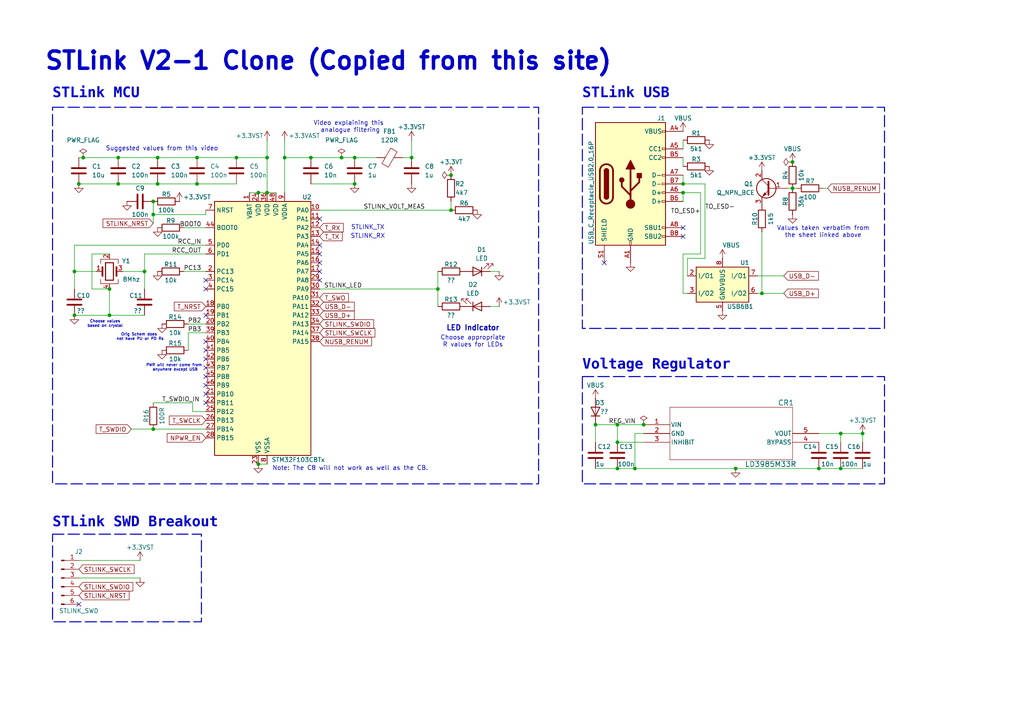
<source format=kicad_sch>
(kicad_sch (version 20231120) (generator "eeschema") (generator_version "8.0")
  (paper "A4")
  (title_block (title "STLink V2-1 Clone") (date "2024-07-12") (rev "0.1") (company "TRT"))
  (lib_symbols
    (symbol "2024-07-13_00-21-46:LD3985M33R" (pin_names (offset 0.254))
      (property "Reference" "CR" (at 25.4 10.16 0))
      (property "Value" "LD3985M33R" (at 25.4 7.62 0))
      (symbol "LD3985M33R_0_1"
        (polyline (pts (xy 7.62 -10.16) (xy 43.18 -10.16)) (stroke (width 0.127)))
        (polyline (pts (xy 7.62 5.08) (xy 7.62 -10.16)) (stroke (width 0.127)))
        (polyline (pts (xy 43.18 -10.16) (xy 43.18 5.08)) (stroke (width 0.127)))
        (polyline (pts (xy 43.18 5.08) (xy 7.62 5.08)) (stroke (width 0.127)))
        (pin power_in line (at 0 0 0) (length 7.62) (name "VIN") (number "1"))
        (pin power_out line (at 0 -2.54 0) (length 7.62) (name "GND") (number "2"))
        (pin input line (at 0 -5.08 0) (length 7.62) (name "INHIBIT") (number "3"))
        (pin unspecified line (at 50.8 -5.08 180) (length 7.62) (name "BYPASS") (number "4"))
        (pin power_in line (at 50.8 -2.54 180) (length 7.62) (name "VOUT") (number "5"))
      )
    )
    (symbol "Connector:Conn_01x06_Pin" (pin_names (offset 1.016) hide)
      (property "Reference" "J" (at 0 7.62 0))
      (property "Value" "Conn_01x06_Pin" (at 0 -10.16 0))
      (symbol "Conn_01x06_Pin_1_1"
        (polyline (pts (xy 1.27 -7.62) (xy 0.8636 -7.62)) (stroke (width 0.1524)))
        (polyline (pts (xy 1.27 -5.08) (xy 0.8636 -5.08)) (stroke (width 0.1524)))
        (polyline (pts (xy 1.27 -2.54) (xy 0.8636 -2.54)) (stroke (width 0.1524)))
        (polyline (pts (xy 1.27 0) (xy 0.8636 0)) (stroke (width 0.1524)))
        (polyline (pts (xy 1.27 2.54) (xy 0.8636 2.54)) (stroke (width 0.1524)))
        (polyline (pts (xy 1.27 5.08) (xy 0.8636 5.08)) (stroke (width 0.1524)))
        (rectangle (start 0.8636 -7.493) (end 0 -7.747) (stroke (width 0.1524)) (fill (type outline)))
        (rectangle (start 0.8636 -4.953) (end 0 -5.207) (stroke (width 0.1524)) (fill (type outline)))
        (rectangle (start 0.8636 -2.413) (end 0 -2.667) (stroke (width 0.1524)) (fill (type outline)))
        (rectangle (start 0.8636 0.127) (end 0 -0.127) (stroke (width 0.1524)) (fill (type outline)))
        (rectangle (start 0.8636 2.667) (end 0 2.413) (stroke (width 0.1524)) (fill (type outline)))
        (rectangle (start 0.8636 5.207) (end 0 4.953) (stroke (width 0.1524)) (fill (type outline)))
        (pin passive line (at 5.08 5.08 180) (length 3.81) (name "Pin_1") (number "1"))
        (pin passive line (at 5.08 2.54 180) (length 3.81) (name "Pin_2") (number "2"))
        (pin passive line (at 5.08 0 180) (length 3.81) (name "Pin_3") (number "3"))
        (pin passive line (at 5.08 -2.54 180) (length 3.81) (name "Pin_4") (number "4"))
        (pin passive line (at 5.08 -5.08 180) (length 3.81) (name "Pin_5") (number "5"))
        (pin passive line (at 5.08 -7.62 180) (length 3.81) (name "Pin_6") (number "6"))
      )
    )
    (symbol "Connector:USB_C_Receptacle_USB2.0_16P" (pin_names (offset 1.016))
      (property "Reference" "J" (at 0 22.225 0))
      (property "Value" "USB_C_Receptacle_USB2.0_16P" (at 0 19.685 0))
      (symbol "USB_C_Receptacle_USB2.0_16P_0_0"
        (rectangle (start -0.254 -17.78) (end 0.254 -16.764))
        (rectangle (start 10.16 -14.986) (end 9.144 -15.494))
        (rectangle (start 10.16 -12.446) (end 9.144 -12.954))
        (rectangle (start 10.16 -4.826) (end 9.144 -5.334))
        (rectangle (start 10.16 -2.286) (end 9.144 -2.794))
        (rectangle (start 10.16 0.254) (end 9.144 -0.254))
        (rectangle (start 10.16 2.794) (end 9.144 2.286))
        (rectangle (start 10.16 7.874) (end 9.144 7.366))
        (rectangle (start 10.16 10.414) (end 9.144 9.906))
        (rectangle (start 10.16 15.494) (end 9.144 14.986))
      )
      (symbol "USB_C_Receptacle_USB2.0_16P_0_1"
        (rectangle (start -10.16 17.78) (end 10.16 -17.78) (stroke (width 0.254)) (fill (type background)))
        (arc (start -8.89 -3.81) (mid -6.985 -5.7067) (end -5.08 -3.81) (stroke (width 0.508)))
        (arc (start -7.62 -3.81) (mid -6.985 -4.4423) (end -6.35 -3.81) (stroke (width 0.254)))
        (arc (start -7.62 -3.81) (mid -6.985 -4.4423) (end -6.35 -3.81) (stroke (width 0.254)) (fill (type outline)))
        (rectangle (start -7.62 -3.81) (end -6.35 3.81) (stroke (width 0.254)) (fill (type outline)))
        (arc (start -6.35 3.81) (mid -6.985 4.4423) (end -7.62 3.81) (stroke (width 0.254)))
        (arc (start -6.35 3.81) (mid -6.985 4.4423) (end -7.62 3.81) (stroke (width 0.254)) (fill (type outline)))
        (arc (start -5.08 3.81) (mid -6.985 5.7067) (end -8.89 3.81) (stroke (width 0.508)))
        (circle (center -2.54 1.143) (radius 0.635) (stroke (width 0.254)) (fill (type outline)))
        (circle (center 0 -5.842) (radius 1.27) (fill (type outline)))
        (polyline (pts (xy -8.89 -3.81) (xy -8.89 3.81)) (stroke (width 0.508)))
        (polyline (pts (xy -5.08 3.81) (xy -5.08 -3.81)) (stroke (width 0.508)))
        (polyline (pts (xy 0 -5.842) (xy 0 4.318)) (stroke (width 0.508)))
        (polyline (pts (xy 0 -3.302) (xy -2.54 -0.762) (xy -2.54 0.508)) (stroke (width 0.508)))
        (polyline (pts (xy 0 -2.032) (xy 2.54 0.508) (xy 2.54 1.778)) (stroke (width 0.508)))
        (polyline (pts (xy -1.27 4.318) (xy 0 6.858) (xy 1.27 4.318) (xy -1.27 4.318)) (stroke (width 0.254)) (fill (type outline)))
        (rectangle (start 1.905 1.778) (end 3.175 3.048) (stroke (width 0.254)) (fill (type outline)))
      )
      (symbol "USB_C_Receptacle_USB2.0_16P_1_1"
        (pin passive line (at 0 -22.86 90) (length 5.08) (name "GND") (number "A1"))
        (pin passive line (at 0 -22.86 90) (length 5.08) hide (name "GND") (number "A12"))
        (pin passive line (at 15.24 15.24 180) (length 5.08) (name "VBUS") (number "A4"))
        (pin bidirectional line (at 15.24 10.16 180) (length 5.08) (name "CC1") (number "A5"))
        (pin bidirectional line (at 15.24 -2.54 180) (length 5.08) (name "D+") (number "A6"))
        (pin bidirectional line (at 15.24 2.54 180) (length 5.08) (name "D-") (number "A7"))
        (pin bidirectional line (at 15.24 -12.7 180) (length 5.08) (name "SBU1") (number "A8"))
        (pin passive line (at 15.24 15.24 180) (length 5.08) hide (name "VBUS") (number "A9"))
        (pin passive line (at 0 -22.86 90) (length 5.08) hide (name "GND") (number "B1"))
        (pin passive line (at 0 -22.86 90) (length 5.08) hide (name "GND") (number "B12"))
        (pin passive line (at 15.24 15.24 180) (length 5.08) hide (name "VBUS") (number "B4"))
        (pin bidirectional line (at 15.24 7.62 180) (length 5.08) (name "CC2") (number "B5"))
        (pin bidirectional line (at 15.24 -5.08 180) (length 5.08) (name "D+") (number "B6"))
        (pin bidirectional line (at 15.24 0 180) (length 5.08) (name "D-") (number "B7"))
        (pin bidirectional line (at 15.24 -15.24 180) (length 5.08) (name "SBU2") (number "B8"))
        (pin passive line (at 15.24 15.24 180) (length 5.08) hide (name "VBUS") (number "B9"))
        (pin passive line (at -7.62 -22.86 90) (length 5.08) (name "SHIELD") (number "S1"))
      )
    )
    (symbol "Device:C" (pin_numbers hide) (pin_names (offset 0.254))
      (property "Reference" "C" (at 0.635 2.54 0))
      (property "Value" "C" (at 0.635 -2.54 0))
      (symbol "C_0_1"
        (polyline (pts (xy -2.032 -0.762) (xy 2.032 -0.762)) (stroke (width 0.508)))
        (polyline (pts (xy -2.032 0.762) (xy 2.032 0.762)) (stroke (width 0.508)))
      )
      (symbol "C_1_1"
        (pin passive line (at 0 3.81 270) (length 2.794) (name "~") (number "1"))
        (pin passive line (at 0 -3.81 90) (length 2.794) (name "~") (number "2"))
      )
    )
    (symbol "Device:Crystal_GND24" (pin_names (offset 1.016) hide)
      (property "Reference" "Y" (at 3.175 5.08 0))
      (property "Value" "Crystal_GND24" (at 3.175 3.175 0))
      (symbol "Crystal_GND24_0_1"
        (rectangle (start -1.143 2.54) (end 1.143 -2.54) (stroke (width 0.3048)))
        (polyline (pts (xy -2.54 0) (xy -2.032 0)))
        (polyline (pts (xy -2.032 -1.27) (xy -2.032 1.27)) (stroke (width 0.508)))
        (polyline (pts (xy 0 -3.81) (xy 0 -3.556)))
        (polyline (pts (xy 0 3.556) (xy 0 3.81)))
        (polyline (pts (xy 2.032 -1.27) (xy 2.032 1.27)) (stroke (width 0.508)))
        (polyline (pts (xy 2.032 0) (xy 2.54 0)))
        (polyline (pts (xy -2.54 -2.286) (xy -2.54 -3.556) (xy 2.54 -3.556) (xy 2.54 -2.286)))
        (polyline (pts (xy -2.54 2.286) (xy -2.54 3.556) (xy 2.54 3.556) (xy 2.54 2.286)))
      )
      (symbol "Crystal_GND24_1_1"
        (pin passive line (at -3.81 0 0) (length 1.27) (name "1") (number "1"))
        (pin passive line (at 0 5.08 270) (length 1.27) (name "2") (number "2"))
        (pin passive line (at 3.81 0 180) (length 1.27) (name "3") (number "3"))
        (pin passive line (at 0 -5.08 90) (length 1.27) (name "4") (number "4"))
      )
    )
    (symbol "Device:D" (pin_numbers hide) (pin_names (offset 1.016) hide)
      (property "Reference" "D" (at 0 2.54 0))
      (property "Value" "D" (at 0 -2.54 0))
      (symbol "D_0_1"
        (polyline (pts (xy -1.27 1.27) (xy -1.27 -1.27)) (stroke (width 0.254)))
        (polyline (pts (xy 1.27 0) (xy -1.27 0)))
        (polyline (pts (xy 1.27 1.27) (xy 1.27 -1.27) (xy -1.27 0) (xy 1.27 1.27)) (stroke (width 0.254)))
      )
      (symbol "D_1_1"
        (pin passive line (at -3.81 0 0) (length 2.54) (name "K") (number "1"))
        (pin passive line (at 3.81 0 180) (length 2.54) (name "A") (number "2"))
      )
    )
    (symbol "Device:FerriteBead" (pin_numbers hide) (pin_names (offset 0))
      (property "Reference" "FB" (at -3.81 0.635 90))
      (property "Value" "FerriteBead" (at 3.81 0 90))
      (symbol "FerriteBead_0_1"
        (polyline (pts (xy 0 -1.27) (xy 0 -1.2192)))
        (polyline (pts (xy 0 1.27) (xy 0 1.2954)))
        (polyline (pts (xy -2.7686 0.4064) (xy -1.7018 2.2606) (xy 2.7686 -0.3048) (xy 1.6764 -2.159) (xy -2.7686 0.4064)))
      )
      (symbol "FerriteBead_1_1"
        (pin passive line (at 0 3.81 270) (length 2.54) (name "~") (number "1"))
        (pin passive line (at 0 -3.81 90) (length 2.54) (name "~") (number "2"))
      )
    )
    (symbol "Device:LED" (pin_numbers hide) (pin_names (offset 1.016) hide)
      (property "Reference" "D" (at 0 2.54 0))
      (property "Value" "LED" (at 0 -2.54 0))
      (symbol "LED_0_1"
        (polyline (pts (xy -1.27 -1.27) (xy -1.27 1.27)) (stroke (width 0.254)))
        (polyline (pts (xy -1.27 0) (xy 1.27 0)))
        (polyline (pts (xy 1.27 -1.27) (xy 1.27 1.27) (xy -1.27 0) (xy 1.27 -1.27)) (stroke (width 0.254)))
        (polyline (pts (xy -3.048 -0.762) (xy -4.572 -2.286) (xy -3.81 -2.286) (xy -4.572 -2.286) (xy -4.572 -1.524)))
        (polyline (pts (xy -1.778 -0.762) (xy -3.302 -2.286) (xy -2.54 -2.286) (xy -3.302 -2.286) (xy -3.302 -1.524)))
      )
      (symbol "LED_1_1"
        (pin passive line (at -3.81 0 0) (length 2.54) (name "K") (number "1"))
        (pin passive line (at 3.81 0 180) (length 2.54) (name "A") (number "2"))
      )
    )
    (symbol "Device:Q_NPN_BCE" (pin_names (offset 0) hide)
      (property "Reference" "Q" (at 5.08 1.27 0))
      (property "Value" "Q_NPN_BCE" (at 5.08 -1.27 0))
      (symbol "Q_NPN_BCE_0_1"
        (polyline (pts (xy 0.635 0.635) (xy 2.54 2.54)))
        (polyline (pts (xy 0.635 -0.635) (xy 2.54 -2.54) (xy 2.54 -2.54)))
        (polyline (pts (xy 0.635 1.905) (xy 0.635 -1.905) (xy 0.635 -1.905)) (stroke (width 0.508)))
        (polyline (pts (xy 1.27 -1.778) (xy 1.778 -1.27) (xy 2.286 -2.286) (xy 1.27 -1.778) (xy 1.27 -1.778)) (fill (type outline)))
        (circle (center 1.27 0) (radius 2.8194) (stroke (width 0.254)))
      )
      (symbol "Q_NPN_BCE_1_1"
        (pin input line (at -5.08 0 0) (length 5.715) (name "B") (number "1"))
        (pin passive line (at 2.54 5.08 270) (length 2.54) (name "C") (number "2"))
        (pin passive line (at 2.54 -5.08 90) (length 2.54) (name "E") (number "3"))
      )
    )
    (symbol "Device:R" (pin_numbers hide) (pin_names (offset 0))
      (property "Reference" "R" (at 2.032 0 90))
      (property "Value" "R" (at 0 0 90))
      (symbol "R_0_1"
        (rectangle (start -1.016 -2.54) (end 1.016 2.54) (stroke (width 0.254)))
      )
      (symbol "R_1_1"
        (pin passive line (at 0 3.81 270) (length 1.27) (name "~") (number "1"))
        (pin passive line (at 0 -3.81 90) (length 1.27) (name "~") (number "2"))
      )
    )
    (symbol "MCU_ST_STM32F1:STM32F103CBTx"
      (property "Reference" "U" (at -12.7 39.37 0))
      (property "Value" "STM32F103CBTx" (at 10.16 39.37 0))
      (symbol "STM32F103CBTx_0_1"
        (rectangle (start -12.7 -35.56) (end 15.24 38.1) (stroke (width 0.254)) (fill (type background)))
      )
      (symbol "STM32F103CBTx_1_1"
        (pin power_in line (at -2.54 40.64 270) (length 2.54) (name "VBAT") (number "1"))
        (pin bidirectional line (at 17.78 35.56 180) (length 2.54) (name "PA0") (number "10"))
        (pin bidirectional line (at 17.78 33.02 180) (length 2.54) (name "PA1") (number "11"))
        (pin bidirectional line (at 17.78 30.48 180) (length 2.54) (name "PA2") (number "12"))
        (pin bidirectional line (at 17.78 27.94 180) (length 2.54) (name "PA3") (number "13"))
        (pin bidirectional line (at 17.78 25.4 180) (length 2.54) (name "PA4") (number "14"))
        (pin bidirectional line (at 17.78 22.86 180) (length 2.54) (name "PA5") (number "15"))
        (pin bidirectional line (at 17.78 20.32 180) (length 2.54) (name "PA6") (number "16"))
        (pin bidirectional line (at 17.78 17.78 180) (length 2.54) (name "PA7") (number "17"))
        (pin bidirectional line (at -15.24 7.62 0) (length 2.54) (name "PB0") (number "18"))
        (pin bidirectional line (at -15.24 5.08 0) (length 2.54) (name "PB1") (number "19"))
        (pin bidirectional line (at -15.24 17.78 0) (length 2.54) (name "PC13") (number "2"))
        (pin bidirectional line (at -15.24 2.54 0) (length 2.54) (name "PB2") (number "20"))
        (pin bidirectional line (at -15.24 -17.78 0) (length 2.54) (name "PB10") (number "21"))
        (pin bidirectional line (at -15.24 -20.32 0) (length 2.54) (name "PB11") (number "22"))
        (pin power_in line (at 0 -38.1 90) (length 2.54) (name "VSS") (number "23"))
        (pin power_in line (at 0 40.64 270) (length 2.54) (name "VDD") (number "24"))
        (pin bidirectional line (at -15.24 -22.86 0) (length 2.54) (name "PB12") (number "25"))
        (pin bidirectional line (at -15.24 -25.4 0) (length 2.54) (name "PB13") (number "26"))
        (pin bidirectional line (at -15.24 -27.94 0) (length 2.54) (name "PB14") (number "27"))
        (pin bidirectional line (at -15.24 -30.48 0) (length 2.54) (name "PB15") (number "28"))
        (pin bidirectional line (at 17.78 15.24 180) (length 2.54) (name "PA8") (number "29"))
        (pin bidirectional line (at -15.24 15.24 0) (length 2.54) (name "PC14") (number "3"))
        (pin bidirectional line (at 17.78 12.7 180) (length 2.54) (name "PA9") (number "30"))
        (pin bidirectional line (at 17.78 10.16 180) (length 2.54) (name "PA10") (number "31"))
        (pin bidirectional line (at 17.78 7.62 180) (length 2.54) (name "PA11") (number "32"))
        (pin bidirectional line (at 17.78 5.08 180) (length 2.54) (name "PA12") (number "33"))
        (pin bidirectional line (at 17.78 2.54 180) (length 2.54) (name "PA13") (number "34"))
        (pin passive line (at 0 -38.1 90) (length 2.54) hide (name "VSS") (number "35"))
        (pin power_in line (at 2.54 40.64 270) (length 2.54) (name "VDD") (number "36"))
        (pin bidirectional line (at 17.78 0 180) (length 2.54) (name "PA14") (number "37"))
        (pin bidirectional line (at 17.78 -2.54 180) (length 2.54) (name "PA15") (number "38"))
        (pin bidirectional line (at -15.24 0 0) (length 2.54) (name "PB3") (number "39"))
        (pin bidirectional line (at -15.24 12.7 0) (length 2.54) (name "PC15") (number "4"))
        (pin bidirectional line (at -15.24 -2.54 0) (length 2.54) (name "PB4") (number "40"))
        (pin bidirectional line (at -15.24 -5.08 0) (length 2.54) (name "PB5") (number "41"))
        (pin bidirectional line (at -15.24 -7.62 0) (length 2.54) (name "PB6") (number "42"))
        (pin bidirectional line (at -15.24 -10.16 0) (length 2.54) (name "PB7") (number "43"))
        (pin input line (at -15.24 30.48 0) (length 2.54) (name "BOOT0") (number "44"))
        (pin bidirectional line (at -15.24 -12.7 0) (length 2.54) (name "PB8") (number "45"))
        (pin bidirectional line (at -15.24 -15.24 0) (length 2.54) (name "PB9") (number "46"))
        (pin passive line (at 0 -38.1 90) (length 2.54) hide (name "VSS") (number "47"))
        (pin power_in line (at 5.08 40.64 270) (length 2.54) (name "VDD") (number "48"))
        (pin bidirectional line (at -15.24 25.4 0) (length 2.54) (name "PD0") (number "5"))
        (pin bidirectional line (at -15.24 22.86 0) (length 2.54) (name "PD1") (number "6"))
        (pin input line (at -15.24 35.56 0) (length 2.54) (name "NRST") (number "7"))
        (pin power_in line (at 2.54 -38.1 90) (length 2.54) (name "VSSA") (number "8"))
        (pin power_in line (at 7.62 40.64 270) (length 2.54) (name "VDDA") (number "9"))
      )
    )
    (symbol "Power_Protection:USB6B1"
      (property "Reference" "U" (at 6.35 6.35 0))
      (property "Value" "USB6B1" (at 5.08 -6.35 0))
      (symbol "USB6B1_0_1"
        (rectangle (start -7.62 -5.08) (end 7.62 5.08) (stroke (width 0.254)) (fill (type background)))
      )
      (symbol "USB6B1_1_1"
        (pin passive line (at 0 7.62 270) (length 2.54) hide (name "VBUS") (number "1"))
        (pin passive line (at -10.16 2.54 0) (length 2.54) (name "I/O1") (number "2"))
        (pin passive line (at -10.16 -2.54 0) (length 2.54) (name "I/O2") (number "3"))
        (pin passive line (at 0 -7.62 90) (length 2.54) hide (name "GND") (number "4"))
        (pin passive line (at 0 -7.62 90) (length 2.54) (name "GND") (number "5"))
        (pin passive line (at 10.16 -2.54 180) (length 2.54) (name "I/O2") (number "6"))
        (pin passive line (at 10.16 2.54 180) (length 2.54) (name "I/O1") (number "7"))
        (pin passive line (at 0 7.62 270) (length 2.54) (name "VBUS") (number "8"))
      )
    )
    (symbol "power:+3.3V" (power) (pin_numbers hide) (pin_names (offset 0) hide)
      (property "Value" "+3.3V" (at 0 3.556 0))
      (symbol "+3.3V_0_1"
        (polyline (pts (xy -0.762 1.27) (xy 0 2.54)))
        (polyline (pts (xy 0 0) (xy 0 2.54)))
        (polyline (pts (xy 0 2.54) (xy 0.762 1.27)))
      )
      (symbol "+3.3V_1_1"
        (pin power_in line (at 0 0 90) (length 0) (name "~") (number "1"))
      )
    )
    (symbol "power:+3.3VA" (power) (pin_numbers hide) (pin_names (offset 0) hide)
      (property "Value" "+3.3VA" (at 0 3.556 0))
      (symbol "+3.3VA_0_1"
        (polyline (pts (xy -0.762 1.27) (xy 0 2.54)))
        (polyline (pts (xy 0 0) (xy 0 2.54)))
        (polyline (pts (xy 0 2.54) (xy 0.762 1.27)))
      )
      (symbol "+3.3VA_1_1"
        (pin power_in line (at 0 0 90) (length 0) (name "~") (number "1"))
      )
    )
    (symbol "power:GND" (power) (pin_numbers hide) (pin_names (offset 0) hide)
      (property "Value" "GND" (at 0 -3.81 0))
      (symbol "GND_0_1"
        (polyline (pts (xy 0 0) (xy 0 -1.27) (xy 1.27 -1.27) (xy 0 -2.54) (xy -1.27 -1.27) (xy 0 -1.27)))
      )
      (symbol "GND_1_1"
        (pin power_in line (at 0 0 270) (length 0) (name "~") (number "1"))
      )
    )
    (symbol "power:PWR_FLAG" (power) (pin_numbers hide) (pin_names (offset 0) hide)
      (property "Value" "PWR_FLAG" (at 0 3.81 0))
      (symbol "PWR_FLAG_0_0"
        (pin power_out line (at 0 0 90) (length 0) (name "~") (number "1"))
      )
      (symbol "PWR_FLAG_0_1"
        (polyline (pts (xy 0 0) (xy 0 1.27) (xy -1.016 1.905) (xy 0 2.54) (xy 1.016 1.905) (xy 0 1.27)))
      )
    )
    (symbol "power:VBUS" (power) (pin_numbers hide) (pin_names (offset 0) hide)
      (property "Value" "VBUS" (at 0 3.556 0))
      (symbol "VBUS_0_1"
        (polyline (pts (xy -0.762 1.27) (xy 0 2.54)))
        (polyline (pts (xy 0 0) (xy 0 2.54)))
        (polyline (pts (xy 0 2.54) (xy 0.762 1.27)))
      )
      (symbol "VBUS_1_1"
        (pin power_in line (at 0 0 90) (length 0) (name "~") (number "1"))
      )
    )
  )
  (junction (at 229.87 46.99))
  (junction (at 127 83.82))
  (junction (at 45.72 53.34))
  (junction (at 22.86 53.34))
  (junction (at 198.12 55.88))
  (junction (at 90.17 45.72))
  (junction (at 31.75 83.82))
  (junction (at 250.19 125.73))
  (junction (at 44.45 124.46))
  (junction (at 82.55 45.72))
  (junction (at 243.84 125.73))
  (junction (at 102.87 45.72))
  (junction (at 21.59 91.44))
  (junction (at 77.47 45.72))
  (junction (at 57.15 45.72))
  (junction (at 44.45 62.23))
  (junction (at 130.81 60.96))
  (junction (at 102.87 53.34))
  (junction (at 198.12 53.34))
  (junction (at 57.15 53.34))
  (junction (at 31.75 91.44))
  (junction (at 44.45 58.42))
  (junction (at 229.87 54.61))
  (junction (at 172.72 123.19))
  (junction (at 237.49 135.89))
  (junction (at 130.81 50.8))
  (junction (at 41.91 78.74))
  (junction (at 179.07 128.27))
  (junction (at 21.59 78.74))
  (junction (at 77.47 55.88))
  (junction (at 68.58 45.72))
  (junction (at 99.06 45.72))
  (junction (at 243.84 135.89))
  (junction (at 24.13 45.72))
  (junction (at 184.15 135.89))
  (junction (at 34.29 45.72))
  (junction (at 213.36 135.89))
  (junction (at 119.38 45.72))
  (junction (at 74.93 134.62))
  (junction (at 186.69 123.19))
  (junction (at 179.07 135.89))
  (junction (at 45.72 45.72))
  (junction (at 74.93 55.88))
  (junction (at 179.07 123.19))
  (junction (at 34.29 53.34))
  (junction (at 220.98 85.09))
  (no_connect (at 59.69 114.3))
  (no_connect (at 59.69 109.22))
  (no_connect (at 59.69 101.6))
  (no_connect (at 59.69 83.82))
  (no_connect (at 22.86 175.26))
  (no_connect (at 59.69 91.44))
  (no_connect (at 198.12 68.58))
  (no_connect (at 92.71 73.66))
  (no_connect (at 59.69 81.28))
  (no_connect (at 59.69 99.06))
  (no_connect (at 92.71 81.28))
  (no_connect (at 198.12 66.04))
  (no_connect (at 59.69 106.68))
  (no_connect (at 59.69 111.76))
  (no_connect (at 92.71 63.5))
  (no_connect (at 92.71 71.12))
  (no_connect (at 92.71 76.2))
  (no_connect (at 59.69 116.84))
  (no_connect (at 175.26 76.2))
  (no_connect (at 92.71 78.74))
  (no_connect (at 59.69 104.14))
  (wire (pts (xy 237.49 135.89) (xy 243.84 135.89)))
  (wire (pts (xy 74.93 55.88) (xy 72.39 55.88)))
  (wire (pts (xy 38.1 124.46) (xy 44.45 124.46)))
  (wire (pts (xy 54.61 96.52) (xy 54.61 101.6)))
  (wire (pts (xy 55.88 119.38) (xy 59.69 119.38)))
  (wire (pts (xy 198.12 53.34) (xy 204.47 53.34)))
  (wire (pts (xy 57.15 53.34) (xy 68.58 53.34)))
  (wire (pts (xy 142.24 78.74) (xy 144.78 78.74)))
  (wire (pts (xy 184.15 125.73) (xy 184.15 135.89)))
  (wire (pts (xy 54.61 93.98) (xy 59.69 93.98)))
  (wire (pts (xy 34.29 53.34) (xy 45.72 53.34)))
  (wire (pts (xy 82.55 40.64) (xy 82.55 45.72)))
  (wire (pts (xy 92.71 83.82) (xy 127 83.82)))
  (wire (pts (xy 243.84 125.73) (xy 250.19 125.73)))
  (wire (pts (xy 198.12 40.64) (xy 198.12 43.18)))
  (wire (pts (xy 102.87 45.72) (xy 99.06 45.72)))
  (wire (pts (xy 198.12 73.66) (xy 198.12 85.09)))
  (wire (pts (xy 172.72 123.19) (xy 179.07 123.19)))
  (wire (pts (xy 237.49 125.73) (xy 243.84 125.73)))
  (wire (pts (xy 31.75 91.44) (xy 41.91 91.44)))
  (wire (pts (xy 74.93 134.62) (xy 77.47 134.62)))
  (wire (pts (xy 44.45 62.23) (xy 59.69 62.23)))
  (wire (pts (xy 127 78.74) (xy 127 83.82)))
  (wire (pts (xy 41.91 73.66) (xy 59.69 73.66)))
  (wire (pts (xy 21.59 78.74) (xy 21.59 83.82)))
  (wire (pts (xy 220.98 85.09) (xy 227.33 85.09)))
  (wire (pts (xy 34.29 45.72) (xy 45.72 45.72)))
  (wire (pts (xy 77.47 55.88) (xy 74.93 55.88)))
  (wire (pts (xy 44.45 58.42) (xy 44.45 62.23)))
  (wire (pts (xy 198.12 85.09) (xy 199.39 85.09)))
  (wire (pts (xy 198.12 50.8) (xy 198.12 53.34)))
  (wire (pts (xy 45.72 53.34) (xy 57.15 53.34)))
  (wire (pts (xy 243.84 125.73) (xy 243.84 128.27)))
  (wire (pts (xy 44.45 116.84) (xy 55.88 116.84)))
  (wire (pts (xy 119.38 40.64) (xy 119.38 45.72)))
  (wire (pts (xy 21.59 71.12) (xy 59.69 71.12)))
  (wire (pts (xy 213.36 135.89) (xy 184.15 135.89)))
  (wire (pts (xy 250.19 125.73) (xy 250.19 128.27)))
  (wire (pts (xy 130.81 58.42) (xy 130.81 60.96)))
  (wire (pts (xy 186.69 123.19) (xy 179.07 123.19)))
  (wire (pts (xy 203.2 55.88) (xy 203.2 73.66)))
  (wire (pts (xy 127 83.82) (xy 127 88.9)))
  (wire (pts (xy 44.45 64.77) (xy 44.45 62.23)))
  (wire (pts (xy 186.69 128.27) (xy 179.07 128.27)))
  (wire (pts (xy 77.47 45.72) (xy 77.47 55.88)))
  (wire (pts (xy 24.13 45.72) (xy 22.86 45.72)))
  (wire (pts (xy 35.56 78.74) (xy 41.91 78.74)))
  (wire (pts (xy 22.86 53.34) (xy 34.29 53.34)))
  (wire (pts (xy 92.71 60.96) (xy 130.81 60.96)))
  (wire (pts (xy 90.17 53.34) (xy 102.87 53.34)))
  (wire (pts (xy 229.87 54.61) (xy 231.14 54.61)))
  (wire (pts (xy 204.47 74.93) (xy 199.39 74.93)))
  (wire (pts (xy 41.91 78.74) (xy 41.91 83.82)))
  (wire (pts (xy 198.12 48.26) (xy 198.12 45.72)))
  (wire (pts (xy 77.47 40.64) (xy 77.47 45.72)))
  (wire (pts (xy 59.69 96.52) (xy 54.61 96.52)))
  (wire (pts (xy 55.88 116.84) (xy 55.88 119.38)))
  (wire (pts (xy 77.47 55.88) (xy 80.01 55.88)))
  (wire (pts (xy 116.84 45.72) (xy 119.38 45.72)))
  (wire (pts (xy 21.59 78.74) (xy 27.94 78.74)))
  (wire (pts (xy 44.45 124.46) (xy 59.69 124.46)))
  (wire (pts (xy 238.76 54.61) (xy 240.03 54.61)))
  (wire (pts (xy 59.69 78.74) (xy 53.34 78.74)))
  (wire (pts (xy 213.36 135.89) (xy 237.49 135.89)))
  (wire (pts (xy 53.34 66.04) (xy 59.69 66.04)))
  (wire (pts (xy 26.67 73.66) (xy 26.67 83.82)))
  (wire (pts (xy 90.17 45.72) (xy 99.06 45.72)))
  (wire (pts (xy 220.98 67.31) (xy 220.98 85.09)))
  (wire (pts (xy 59.69 62.23) (xy 59.69 60.96)))
  (wire (pts (xy 21.59 71.12) (xy 21.59 78.74)))
  (wire (pts (xy 243.84 135.89) (xy 250.19 135.89)))
  (wire (pts (xy 45.72 45.72) (xy 57.15 45.72)))
  (wire (pts (xy 144.78 88.9) (xy 142.24 88.9)))
  (wire (pts (xy 172.72 135.89) (xy 179.07 135.89)))
  (wire (pts (xy 198.12 55.88) (xy 198.12 58.42)))
  (wire (pts (xy 219.71 85.09) (xy 220.98 85.09)))
  (wire (pts (xy 82.55 45.72) (xy 90.17 45.72)))
  (wire (pts (xy 22.86 167.64) (xy 40.64 167.64)))
  (wire (pts (xy 68.58 45.72) (xy 77.47 45.72)))
  (wire (pts (xy 57.15 45.72) (xy 68.58 45.72)))
  (wire (pts (xy 22.86 162.56) (xy 40.64 162.56)))
  (wire (pts (xy 186.69 125.73) (xy 184.15 125.73)))
  (wire (pts (xy 199.39 74.93) (xy 199.39 80.01)))
  (wire (pts (xy 82.55 45.72) (xy 82.55 55.88)))
  (wire (pts (xy 203.2 73.66) (xy 198.12 73.66)))
  (wire (pts (xy 198.12 55.88) (xy 203.2 55.88)))
  (wire (pts (xy 179.07 135.89) (xy 184.15 135.89)))
  (wire (pts (xy 228.6 54.61) (xy 229.87 54.61)))
  (wire (pts (xy 31.75 73.66) (xy 26.67 73.66)))
  (wire (pts (xy 204.47 53.34) (xy 204.47 74.93)))
  (wire (pts (xy 26.67 83.82) (xy 31.75 83.82)))
  (wire (pts (xy 219.71 80.01) (xy 227.33 80.01)))
  (wire (pts (xy 31.75 83.82) (xy 31.75 91.44)))
  (wire (pts (xy 31.75 91.44) (xy 21.59 91.44)))
  (wire (pts (xy 172.72 123.19) (xy 172.72 128.27)))
  (wire (pts (xy 24.13 45.72) (xy 34.29 45.72)))
  (wire (pts (xy 41.91 73.66) (xy 41.91 78.74)))
  (wire (pts (xy 179.07 128.27) (xy 179.07 123.19)))
  (wire (pts (xy 102.87 45.72) (xy 109.22 45.72)))
  (rectangle (start 168.91 31.115) (end 256.54 95.25) (stroke (width 0.3) (type dash)))
  (rectangle (start 15.24 154.94) (end 58.42 180.34) (stroke (width 0.3) (type dash)))
  (rectangle (start 15.24 31.115) (end 156.21 140.335) (stroke (width 0.3) (type dash)))
  (rectangle (start 168.91 109.22) (end 256.54 140.335) (stroke (width 0.3) (type dash)))
  (text "PWR will never come from \nanywhere except USB" (at 50.8 106.68 0) (effects (font (size 0.8 0.8))))
  (text "STLINK_TX" (at 106.68 66.04 0) (effects (font (size 1.27 1.27))))
  (text "STLink V2-1 Clone (Copied from this site)" (at 95.25 17.78 0) (effects (font (size 5 5) (thickness 1) (bold yes))))
  (text "LED Indicator" (at 137.16 95.25 0) (effects (font (size 1.5 1.5) (thickness 0.3) (bold yes))))
  (text "Orig Schem does \nnot have PU or PD Rs" (at 40.64 97.79 0) (effects (font (size 0.8 0.8))))
  (text "Values taken verbatim from\nthe sheet linked above" (at 238.76 67.31 0) (effects (font (size 1.27 1.27))))
  (text "STLink USB" (at 168.91 27.94 0) (effects (font (size 3 3) (thickness 1) (bold yes)) (justify left)))
  (text "STLINK_RX" (at 106.68 68.58 0) (effects (font (size 1.27 1.27))))
  (text "STLink MCU" (at 15.24 27.94 0) (effects (font (size 3 3) (thickness 1) (bold yes)) (justify left)))
  (text "Note: The C8 will not work as well as the CB." (at 101.6 135.89 0) (effects (font (size 1.27 1.27))))
  (text "STLink SWD Breakout" (at 15.24 152.4 0) (effects (font (size 3 3) (thickness 1) (bold yes)) (justify left)))
  (text "Choose values\nbased on crystal" (at 30.48 93.98 0) (effects (font (size 0.8 0.8))))
  (text "Choose appropriate\nR values for LEDs" (at 137.16 99.06 0) (effects (font (size 1.27 1.27))))
  (text "Video explaining this \nanalogue filtering" (at 101.6 36.83 0) (effects (font (size 1.27 1.27))))
  (text "Suggested values from this video\n" (at 46.99 43.18 0) (effects (font (size 1.27 1.27))))
  (text "Voltage Regulator" (at 168.91 106.68 0) (effects (font (size 3 3) (thickness 1) (bold yes)) (justify left)))
  (label "PB2" (at 58.42 93.98 180))
  (label "BOOT0" (at 58.42 66.04 180))
  (label "TO_ESD+" (at 203.2 62.23 180))
  (label "PC13" (at 58.42 78.74 180))
  (label "REG_VIN" (at 176.53 123.19 0))
  (label "T_SWDIO_IN" (at 46.99 116.84 0))
  (label "RCC_IN" (at 58.42 71.12 180))
  (label "RCC_OUT" (at 58.42 73.66 180))
  (label "STLINK_VOLT_MEAS" (at 105.41 60.96 0))
  (label "TO_ESD-" (at 204.47 60.96 0))
  (label "PB3" (at 58.42 96.52 180))
  (label "STLINK_LED" (at 93.98 83.82 0))
  (global_label "T_NRST" (shape input) (at 59.69 88.9 180) (property "Intersheetrefs" "${INTERSHEET_REFS}" (effects (hide yes))))
  (global_label "T_SWO" (shape input) (at 92.71 86.36 0) (property "Intersheetrefs" "${INTERSHEET_REFS}" (effects (hide yes))))
  (global_label "STLINK_SWCLK" (shape input) (at 92.71 96.52 0) (property "Intersheetrefs" "${INTERSHEET_REFS}" (effects (hide yes))))
  (global_label "USB_D-" (shape input) (at 227.33 80.01 0) (property "Intersheetrefs" "${INTERSHEET_REFS}" (effects (hide yes))))
  (global_label "USB_D+" (shape input) (at 227.33 85.09 0) (property "Intersheetrefs" "${INTERSHEET_REFS}" (effects (hide yes))))
  (global_label "STLINK_NRST" (shape input) (at 44.45 64.77 180) (property "Intersheetrefs" "${INTERSHEET_REFS}" (effects (hide yes))))
  (global_label "STLINK_NRST" (shape input) (at 22.86 172.72 0) (property "Intersheetrefs" "${INTERSHEET_REFS}" (effects (hide yes))))
  (global_label "NPWR_EN" (shape input) (at 59.69 127 180) (property "Intersheetrefs" "${INTERSHEET_REFS}" (effects (hide yes))))
  (global_label "T_SWDIO" (shape input) (at 38.1 124.46 180) (property "Intersheetrefs" "${INTERSHEET_REFS}" (effects (hide yes))))
  (global_label "STLINK_SWDIO" (shape input) (at 92.71 93.98 0) (property "Intersheetrefs" "${INTERSHEET_REFS}" (effects (hide yes))))
  (global_label "T_TX" (shape input) (at 92.71 68.58 0) (property "Intersheetrefs" "${INTERSHEET_REFS}" (effects (hide yes))))
  (global_label "T_SWCLK" (shape input) (at 59.69 121.92 180) (property "Intersheetrefs" "${INTERSHEET_REFS}" (effects (hide yes))))
  (global_label "T_RX" (shape input) (at 92.71 66.04 0) (property "Intersheetrefs" "${INTERSHEET_REFS}" (effects (hide yes))))
  (global_label "NUSB_RENUM" (shape input) (at 240.03 54.61 0) (property "Intersheetrefs" "${INTERSHEET_REFS}" (effects (hide yes))))
  (global_label "STLINK_SWDIO" (shape input) (at 22.86 170.18 0) (property "Intersheetrefs" "${INTERSHEET_REFS}" (effects (hide yes))))
  (global_label "USB_D+" (shape input) (at 92.71 91.44 0) (property "Intersheetrefs" "${INTERSHEET_REFS}" (effects (hide yes))))
  (global_label "NUSB_RENUM" (shape input) (at 92.71 99.06 0) (property "Intersheetrefs" "${INTERSHEET_REFS}" (effects (hide yes))))
  (global_label "STLINK_SWCLK" (shape input) (at 22.86 165.1 0) (property "Intersheetrefs" "${INTERSHEET_REFS}" (effects (hide yes))))
  (global_label "USB_D-" (shape input) (at 92.71 88.9 0) (property "Intersheetrefs" "${INTERSHEET_REFS}" (effects (hide yes))))
  (symbol (lib_id "power:GND") (at 182.88 76.2 0) (unit 1)
    (property "Reference" "#PWR021" (effects (hide yes)))
    (property "Value" "GND" (effects (hide yes)))
    (property "Description" "Power symbol creates a global label with name \"GND\" , ground" (effects (hide yes)))
  )
  (symbol (lib_id "Device:C") (at 57.15 49.53 0) (unit 1)
    (property "Reference" "C4" (at 60.96 48.2599 0) (effects (justify left)))
    (property "Value" "100n" (at 60.96 50.7999 0) (effects (justify left)))
    (property "Footprint" "Capacitor_SMD:C_0805_2012Metric" (effects (hide yes)))
    (property "Description" "Unpolarized capacitor" (effects (hide yes)))
  )
  (symbol (lib_id "Device:C") (at 68.58 49.53 0) (unit 1)
    (property "Reference" "C5" (at 72.39 48.2599 0) (effects (justify left)))
    (property "Value" "100n" (at 72.39 50.7999 0) (effects (justify left)))
    (property "Footprint" "Capacitor_SMD:C_0805_2012Metric" (effects (hide yes)))
    (property "Description" "Unpolarized capacitor" (effects (hide yes)))
  )
  (symbol (lib_id "power:GND") (at 74.93 134.62 0) (unit 1)
    (property "Reference" "#PWR029" (effects (hide yes)))
    (property "Value" "GND" (effects (hide yes)))
    (property "Description" "Power symbol creates a global label with name \"GND\" , ground" (effects (hide yes)))
  )
  (symbol (lib_id "Device:C") (at 172.72 132.08 0) (unit 1)
    (property "Reference" "C12" (at 175.26 129.54 0))
    (property "Value" "1u" (at 173.99 134.62 0))
    (property "Footprint" "Capacitor_SMD:C_0805_2012Metric" (effects (hide yes)))
    (property "Description" "Unpolarized capacitor" (effects (hide yes)))
  )
  (symbol (lib_id "power:PWR_FLAG") (at 186.69 123.19 0) (unit 1)
    (property "Reference" "#FLG06" (effects (hide yes)))
    (property "Value" "PWR_FLAG" (effects (hide yes)))
    (property "Description" "Special symbol for telling ERC where power comes from" (effects (hide yes)))
  )
  (symbol (lib_id "Device:R") (at 49.53 78.74 90) (mirror x) (unit 1)
    (property "Reference" "R11" (at 49.53 76.708 90))
    (property "Value" "10k" (at 49.53 81.28 90))
    (property "Footprint" "Resistor_SMD:R_0805_2012Metric" (effects (hide yes)))
    (property "Description" "Resistor" (effects (hide yes)))
  )
  (symbol (lib_id "power:+3.3VA") (at 82.55 40.64 0) (unit 1)
    (property "Reference" "#PWR02" (effects (hide yes)))
    (property "Value" "+3.3VAST" (at 88.265 39.37 0))
    (property "Description" "Power symbol creates a global label with name \"+3.3VA\"" (effects (hide yes)))
  )
  (symbol (lib_id "power:GND") (at 102.87 53.34 0) (unit 1)
    (property "Reference" "#PWR08" (effects (hide yes)))
    (property "Value" "GND" (effects (hide yes)))
    (property "Description" "Power symbol creates a global label with name \"GND\" , ground" (effects (hide yes)))
  )
  (symbol (lib_id "Device:R") (at 49.53 66.04 90) (mirror x) (unit 1)
    (property "Reference" "R9" (at 49.53 64.008 90))
    (property "Value" "100k" (at 49.53 68.58 90))
    (property "Footprint" "Resistor_SMD:R_0805_2012Metric" (effects (hide yes)))
    (property "Description" "Resistor" (effects (hide yes)))
  )
  (symbol (lib_id "power:GND") (at 119.38 53.34 0) (unit 1)
    (property "Reference" "#PWR09" (effects (hide yes)))
    (property "Value" "GND" (effects (hide yes)))
    (property "Description" "Power symbol creates a global label with name \"GND\" , ground" (effects (hide yes)))
  )
  (symbol (lib_id "power:VBUS") (at 209.55 74.93 0) (unit 1)
    (property "Reference" "#PWR020" (effects (hide yes)))
    (property "Value" "VBUS" (at 212.09 71.12 0))
    (property "Description" "Power symbol creates a global label with name \"VBUS\"" (effects (hide yes)))
  )
  (symbol (lib_id "power:+3.3V") (at 250.19 125.73 0) (unit 1)
    (property "Reference" "#PWR028" (effects (hide yes)))
    (property "Value" "+3.3VST" (at 250.19 121.92 0))
    (property "Description" "Power symbol creates a global label with name \"+3.3V\"" (effects (hide yes)))
  )
  (symbol (lib_id "MCU_ST_STM32F1:STM32F103CBTx") (at 74.93 96.52 0) (unit 1)
    (property "Reference" "U2" (at 87.63 57.15 0) (effects (justify left)))
    (property "Value" "STM32F103CBTx" (at 78.74 133.35 0) (effects (justify left)))
    (property "Footprint" "Package_QFP:LQFP-48_7x7mm_P0.5mm" (effects (hide yes)))
    (property "Datasheet" "https://www.st.com/resource/en/datasheet/stm32f103cb.pdf" (effects (hide yes)))
    (property "Description" "STMicroelectronics Arm Cortex-M3 MCU, 128KB flash, 20KB RAM, 72 MHz, 2.0-3.6V, 37 GPIO, LQFP48" (effects (hide yes)))
  )
  (symbol (lib_id "Device:R") (at 50.8 101.6 90) (mirror x) (unit 1)
    (property "Reference" "R15" (at 50.8 99.568 90))
    (property "Value" "10k" (at 50.8 104.14 90))
    (property "Footprint" "Resistor_SMD:R_0805_2012Metric" (effects (hide yes)))
    (property "Description" "Resistor" (effects (hide yes)))
  )
  (symbol (lib_id "Connector:USB_C_Receptacle_USB2.0_16P") (at 182.88 53.34 0) (unit 1)
    (property "Reference" "J1" (at 191.77 34.29 0))
    (property "Value" "USB_C_Receptacle_USB2.0_16P" (at 171.45 55.88 90))
    (property "Datasheet" "https://www.usb.org/sites/default/files/documents/usb_type-c.zip" (effects (hide yes)))
    (property "Description" "USB 2.0-only 16P Type-C Receptacle connector" (effects (hide yes)))
  )
  (symbol (lib_id "Device:R") (at 130.81 54.61 0) (mirror x) (unit 1)
    (property "Reference" "R2" (at 133.35 53.34 0))
    (property "Value" "4k7" (at 132.08 55.88 0) (effects (justify left)))
    (property "Footprint" "Resistor_SMD:R_0805_2012Metric" (effects (hide yes)))
    (property "Description" "Resistor" (effects (hide yes)))
  )
  (symbol (lib_id "Power_Protection:USB6B1") (at 209.55 82.55 0) (unit 1)
    (property "Reference" "U1" (at 214.63 76.2 0) (effects (justify left)))
    (property "Value" "USB6B1" (at 210.82 88.9 0) (effects (justify left)))
    (property "Footprint" "Package_SO:SOIC-8_3.9x4.9mm_P1.27mm" (effects (hide yes)))
    (property "Datasheet" "http://www.st.com/content/ccc/resource/technical/document/datasheet/3e/ec/b2/54/b2/76/47/90/CD00001361.pdf/files/CD00001361.pdf/jcr:content/translations/en.CD00001361.pdf" (effects (hide yes)))
    (property "Description" "5V Data line protection" (effects (hide yes)))
  )
  (symbol (lib_id "power:GND") (at 46.99 101.6 0) (unit 1)
    (property "Reference" "#PWR026" (effects (hide yes)))
    (property "Value" "GND" (effects (hide yes)))
    (property "Description" "Power symbol creates a global label with name \"GND\" , ground" (effects (hide yes)))
  )
  (symbol (lib_id "power:+3.3V") (at 144.78 88.9 0) (unit 1)
    (property "Reference" "#PWR022" (effects (hide yes)))
    (property "Value" "+3.3VST" (at 149.86 87.63 0))
    (property "Description" "Power symbol creates a global label with name \"+3.3V\"" (effects (hide yes)))
  )
  (symbol (lib_id "power:VBUS") (at 229.87 46.99 0) (unit 1)
    (property "Reference" "#PWR010" (effects (hide yes)))
    (property "Value" "VBUS" (at 229.87 43.18 0))
    (property "Description" "Power symbol creates a global label with name \"VBUS\"" (effects (hide yes)))
  )
  (symbol (lib_id "Device:C") (at 41.91 87.63 0) (unit 1)
    (property "Reference" "C11" (at 37.465 85.725 0) (effects (justify left)))
    (property "Value" "??" (at 38.735 90.17 0) (effects (justify left)))
    (property "Footprint" "Capacitor_SMD:C_0805_2012Metric" (effects (hide yes)))
    (property "Description" "Unpolarized capacitor" (effects (hide yes)))
  )
  (symbol (lib_id "power:+3.3V") (at 130.81 50.8 0) (unit 1)
    (property "Reference" "#PWR06" (effects (hide yes)))
    (property "Value" "+3.3VT" (at 130.81 46.99 0))
    (property "Description" "Power symbol creates a global label with name \"+3.3V\"" (effects (hide yes)))
  )
  (symbol (lib_id "Device:Crystal_GND24") (at 31.75 78.74 0) (unit 1)
    (property "Reference" "Y1" (at 36.576 75.692 0))
    (property "Value" "8Mhz" (at 38.1 81.026 0))
    (property "Footprint" "Crystal:Crystal_SMD_Abracon_ABM10-4Pin_2.5x2.0mm" (effects (hide yes)))
    (property "Datasheet" "https://www.mouser.com/datasheet/2/3/ABM10AIG-1774860.pdf" (effects (hide yes)))
    (property "Description" "Four pin crystal, GND on pins 2 and 4" (effects (hide yes)))
  )
  (symbol (lib_id "Device:R") (at 44.45 120.65 0) (unit 1)
    (property "Reference" "R16" (at 42.418 120.65 90))
    (property "Value" "100R" (at 46.99 120.65 90))
    (property "Footprint" "Resistor_SMD:R_0805_2012Metric" (effects (hide yes)))
    (property "Description" "Resistor" (effects (hide yes)))
  )
  (symbol (lib_id "power:GND") (at 45.72 66.04 0) (unit 1)
    (property "Reference" "#PWR016" (effects (hide yes)))
    (property "Value" "GND" (effects (hide yes)))
    (property "Description" "Power symbol creates a global label with name \"GND\" , ground" (effects (hide yes)))
  )
  (symbol (lib_id "2024-07-13_00-21-46:LD3985M33R") (at 186.69 123.19 0) (unit 1)
    (property "Reference" "CR1" (at 227.965 116.84 0) (effects (font (size 1.524 1.524))))
    (property "Value" "LD3985M33R" (at 223.52 134.62 0) (effects (font (size 1.524 1.524))))
    (property "Footprint" "SOT23-5L_STM" (effects (hide yes)))
    (property "Datasheet" "LD3985M33R" (effects (hide yes)))
  )
  (symbol (lib_id "Device:C") (at 34.29 49.53 0) (unit 1)
    (property "Reference" "C2" (at 38.1 48.2599 0) (effects (justify left)))
    (property "Value" "100n" (at 38.1 50.7999 0) (effects (justify left)))
    (property "Footprint" "Capacitor_SMD:C_0805_2012Metric" (effects (hide yes)))
    (property "Description" "Unpolarized capacitor" (effects (hide yes)))
  )
  (symbol (lib_id "power:VBUS") (at 172.72 115.57 0) (unit 1)
    (property "Reference" "#PWR027" (effects (hide yes)))
    (property "Value" "VBUS" (at 172.72 111.76 0))
    (property "Description" "Power symbol creates a global label with name \"VBUS\"" (effects (hide yes)))
  )
  (symbol (lib_id "Device:C") (at 45.72 49.53 0) (unit 1)
    (property "Reference" "C3" (at 49.53 48.2599 0) (effects (justify left)))
    (property "Value" "100n" (at 49.53 50.7999 0) (effects (justify left)))
    (property "Footprint" "Capacitor_SMD:C_0805_2012Metric" (effects (hide yes)))
    (property "Description" "Unpolarized capacitor" (effects (hide yes)))
  )
  (symbol (lib_id "Device:C") (at 250.19 132.08 0) (unit 1)
    (property "Reference" "C16" (at 247.65 129.54 0))
    (property "Value" "1u" (at 251.46 134.62 0))
    (property "Footprint" "Capacitor_SMD:C_0805_2012Metric" (effects (hide yes)))
    (property "Description" "Unpolarized capacitor" (effects (hide yes)))
  )
  (symbol (lib_id "Device:R") (at 50.8 93.98 90) (mirror x) (unit 1)
    (property "Reference" "R14" (at 50.8 91.948 90))
    (property "Value" "10k" (at 50.8 96.52 90))
    (property "Footprint" "Resistor_SMD:R_0805_2012Metric" (effects (hide yes)))
    (property "Description" "Resistor" (effects (hide yes)))
  )
  (symbol (lib_id "Device:C") (at 40.64 58.42 270) (unit 1)
    (property "Reference" "C9" (at 40.64 54.61 90))
    (property "Value" "100n" (at 40.64 62.23 90))
    (property "Footprint" "Capacitor_SMD:C_0805_2012Metric" (effects (hide yes)))
    (property "Description" "Unpolarized capacitor" (effects (hide yes)))
  )
  (symbol (lib_id "power:GND") (at 144.78 78.74 0) (unit 1)
    (property "Reference" "#PWR019" (effects (hide yes)))
    (property "Value" "GND" (effects (hide yes)))
    (property "Description" "Power symbol creates a global label with name \"GND\" , ground" (effects (hide yes)))
  )
  (symbol (lib_id "power:PWR_FLAG") (at 99.06 45.72 0) (unit 1)
    (property "Reference" "#FLG02" (effects (hide yes)))
    (property "Value" "PWR_FLAG" (at 99.06 40.64 0))
    (property "Description" "Special symbol for telling ERC where power comes from" (effects (hide yes)))
  )
  (symbol (lib_id "power:GND") (at 45.72 78.74 0) (unit 1)
    (property "Reference" "#PWR018" (effects (hide yes)))
    (property "Value" "GND" (effects (hide yes)))
    (property "Description" "Power symbol creates a global label with name \"GND\" , ground" (effects (hide yes)))
  )
  (symbol (lib_id "power:PWR_FLAG") (at 130.81 50.8 90) (unit 1)
    (property "Reference" "#FLG04" (effects (hide yes)))
    (property "Value" "PWR_FLAG" (effects (hide yes)))
    (property "Description" "Special symbol for telling ERC where power comes from" (effects (hide yes)))
  )
  (symbol (lib_id "Device:Q_NPN_BCE") (at 223.52 54.61 0) (mirror y) (unit 1)
    (property "Reference" "Q1" (at 217.17 53.34 0))
    (property "Value" "Q_NPN_BCE" (at 213.36 55.88 0))
    (property "Description" "NPN transistor, base/collector/emitter" (effects (hide yes)))
  )
  (symbol (lib_id "Device:R") (at 130.81 78.74 270) (unit 1)
    (property "Reference" "R12" (at 130.81 76.708 90))
    (property "Value" "??" (at 130.81 81.28 90))
    (property "Footprint" "Resistor_SMD:R_0805_2012Metric" (effects (hide yes)))
    (property "Description" "Resistor" (effects (hide yes)))
  )
  (symbol (lib_id "power:GND") (at 22.86 53.34 0) (unit 1)
    (property "Reference" "#PWR07" (effects (hide yes)))
    (property "Value" "GND" (effects (hide yes)))
    (property "Description" "Power symbol creates a global label with name \"GND\" , ground" (effects (hide yes)))
  )
  (symbol (lib_id "power:GND") (at 40.64 167.64 0) (unit 1)
    (property "Reference" "#PWR032" (effects (hide yes)))
    (property "Value" "GND" (effects (hide yes)))
    (property "Description" "Power symbol creates a global label with name \"GND\" , ground" (effects (hide yes)))
  )
  (symbol (lib_id "power:GND") (at 21.59 91.44 0) (unit 1)
    (property "Reference" "#PWR023" (effects (hide yes)))
    (property "Value" "GND" (effects (hide yes)))
    (property "Description" "Power symbol creates a global label with name \"GND\" , ground" (effects (hide yes)))
  )
  (symbol (lib_id "Device:C") (at 21.59 87.63 0) (unit 1)
    (property "Reference" "C10" (at 22.225 85.725 0) (effects (justify left)))
    (property "Value" "??" (at 22.225 90.17 0) (effects (justify left)))
    (property "Footprint" "Capacitor_SMD:C_0805_2012Metric" (effects (hide yes)))
    (property "Description" "Unpolarized capacitor" (effects (hide yes)))
  )
  (symbol (lib_id "Device:D") (at 172.72 119.38 90) (unit 1)
    (property "Reference" "D3" (at 173.99 116.84 90))
    (property "Value" "??" (at 175.26 119.38 90))
    (property "Description" "Diode" (effects (hide yes)))
    (property "Sim.Device" "D" (effects (hide yes)))
    (property "Sim.Pins" "1=K 2=A" (effects (hide yes)))
  )
  (symbol (lib_id "Device:LED") (at 138.43 78.74 180) (unit 1)
    (property "Reference" "D1" (at 139.7 72.39 0))
    (property "Value" "LED" (at 139.7 74.93 0))
    (property "Description" "Light emitting diode" (effects (hide yes)))
  )
  (symbol (lib_id "Device:C") (at 243.84 132.08 0) (unit 1)
    (property "Reference" "C15" (at 241.3 129.54 0))
    (property "Value" "100n" (at 246.38 134.62 0))
    (property "Footprint" "Capacitor_SMD:C_0805_2012Metric" (effects (hide yes)))
    (property "Description" "Unpolarized capacitor" (effects (hide yes)))
  )
  (symbol (lib_id "Device:C") (at 179.07 132.08 0) (unit 1)
    (property "Reference" "C13" (at 181.61 129.54 0))
    (property "Value" "100n" (at 181.61 134.62 0))
    (property "Footprint" "Capacitor_SMD:C_0805_2012Metric" (effects (hide yes)))
    (property "Description" "Unpolarized capacitor" (effects (hide yes)))
  )
  (symbol (lib_id "Device:C") (at 119.38 49.53 0) (unit 1)
    (property "Reference" "C8" (at 123.19 48.2599 0) (effects (justify left)))
    (property "Value" "1u" (at 123.19 50.7999 0) (effects (justify left)))
    (property "Footprint" "Capacitor_SMD:C_0805_2012Metric" (effects (hide yes)))
    (property "Description" "Unpolarized capacitor" (effects (hide yes)))
  )
  (symbol (lib_id "Device:R") (at 234.95 54.61 90) (mirror x) (unit 1)
    (property "Reference" "R7" (at 234.95 52.578 90))
    (property "Value" "100" (at 234.95 57.15 90))
    (property "Footprint" "Resistor_SMD:R_0805_2012Metric" (effects (hide yes)))
    (property "Description" "Resistor" (effects (hide yes)))
  )
  (symbol (lib_id "Device:R") (at 229.87 58.42 0) (unit 1)
    (property "Reference" "R8" (at 227.838 58.42 90))
    (property "Value" "36k" (at 232.41 58.42 90))
    (property "Footprint" "Resistor_SMD:R_0805_2012Metric" (effects (hide yes)))
    (property "Description" "Resistor" (effects (hide yes)))
  )
  (symbol (lib_id "Device:R") (at 130.81 88.9 270) (unit 1)
    (property "Reference" "R13" (at 130.81 86.868 90))
    (property "Value" "??" (at 130.81 91.44 90))
    (property "Footprint" "Resistor_SMD:R_0805_2012Metric" (effects (hide yes)))
    (property "Description" "Resistor" (effects (hide yes)))
  )
  (symbol (lib_id "Device:FerriteBead") (at 113.03 45.72 90) (unit 1)
    (property "Reference" "FB1" (at 112.9792 38.1 90))
    (property "Value" "120R" (at 112.9792 40.64 90))
    (property "Footprint" "Inductor_SMD:L_0805_2012Metric" (effects (hide yes)))
    (property "Description" "Ferrite bead" (effects (hide yes)))
  )
  (symbol (lib_id "Device:C") (at 90.17 49.53 0) (unit 1)
    (property "Reference" "C6" (at 93.98 48.2599 0) (effects (justify left)))
    (property "Value" "10n" (at 93.98 50.7999 0) (effects (justify left)))
    (property "Footprint" "Capacitor_SMD:C_0805_2012Metric" (effects (hide yes)))
    (property "Description" "Unpolarized capacitor" (effects (hide yes)))
  )
  (symbol (lib_id "Device:R") (at 220.98 63.5 0) (unit 1)
    (property "Reference" "R10" (at 218.948 63.5 90))
    (property "Value" "1k5" (at 223.52 63.5 90))
    (property "Footprint" "Resistor_SMD:R_0805_2012Metric" (effects (hide yes)))
    (property "Description" "Resistor" (effects (hide yes)))
  )
  (symbol (lib_id "Device:C") (at 22.86 49.53 0) (unit 1)
    (property "Reference" "C1" (at 26.67 48.2599 0) (effects (justify left)))
    (property "Value" "10u" (at 26.67 50.7999 0) (effects (justify left)))
    (property "Footprint" "Capacitor_SMD:C_0805_2012Metric" (effects (hide yes)))
    (property "Description" "Unpolarized capacitor" (effects (hide yes)))
  )
  (symbol (lib_id "power:+3.3V") (at 52.07 58.42 0) (unit 1)
    (property "Reference" "#PWR014" (effects (hide yes)))
    (property "Value" "+3.3VST" (at 57.15 57.15 0))
    (property "Description" "Power symbol creates a global label with name \"+3.3V\"" (effects (hide yes)))
  )
  (symbol (lib_id "Device:R") (at 48.26 58.42 270) (unit 1)
    (property "Reference" "R5" (at 48.26 56.388 90))
    (property "Value" "100k" (at 48.26 60.96 90))
    (property "Footprint" "Resistor_SMD:R_0805_2012Metric" (effects (hide yes)))
    (property "Description" "Resistor" (effects (hide yes)))
  )
  (symbol (lib_id "Device:LED") (at 138.43 88.9 0) (mirror x) (unit 1)
    (property "Reference" "D2" (at 137.16 82.55 0))
    (property "Value" "LED" (at 137.16 85.09 0))
    (property "Description" "Light emitting diode" (effects (hide yes)))
  )
  (symbol (lib_id "power:+3.3V") (at 77.47 40.64 0) (unit 1)
    (property "Reference" "#PWR01" (effects (hide yes)))
    (property "Value" "+3.3VST" (at 72.39 39.37 0))
    (property "Description" "Power symbol creates a global label with name \"+3.3V\"" (effects (hide yes)))
  )
  (symbol (lib_id "power:PWR_FLAG") (at 24.13 45.72 0) (unit 1)
    (property "Reference" "#FLG01" (effects (hide yes)))
    (property "Value" "PWR_FLAG" (at 24.13 40.64 0))
    (property "Description" "Special symbol for telling ERC where power comes from" (effects (hide yes)))
  )
  (symbol (lib_id "Device:R") (at 201.93 40.64 270) (unit 1)
    (property "Reference" "R1" (at 201.93 38.608 90))
    (property "Value" "5k1" (at 201.93 43.18 90))
    (property "Footprint" "Resistor_SMD:R_0805_2012Metric" (effects (hide yes)))
    (property "Description" "Resistor" (effects (hide yes)))
  )
  (symbol (lib_id "power:PWR_FLAG") (at 229.87 46.99 90) (unit 1)
    (property "Reference" "#FLG05" (effects (hide yes)))
    (property "Value" "PWR_FLAG" (effects (hide yes)))
    (property "Description" "Special symbol for telling ERC where power comes from" (effects (hide yes)))
  )
  (symbol (lib_id "power:+3.3V") (at 40.64 162.56 0) (unit 1)
    (property "Reference" "#PWR031" (effects (hide yes)))
    (property "Value" "+3.3VST" (at 40.64 158.75 0))
    (property "Description" "Power symbol creates a global label with name \"+3.3V\"" (effects (hide yes)))
  )
  (symbol (lib_id "Device:C") (at 237.49 132.08 0) (unit 1)
    (property "Reference" "C14" (at 234.95 129.54 0))
    (property "Value" "10n" (at 240.03 134.62 0))
    (property "Footprint" "Capacitor_SMD:C_0805_2012Metric" (effects (hide yes)))
    (property "Description" "Unpolarized capacitor" (effects (hide yes)))
  )
  (symbol (lib_id "Device:R") (at 134.62 60.96 270) (unit 1)
    (property "Reference" "R6" (at 134.62 58.928 90))
    (property "Value" "4k7" (at 134.62 63.5 90))
    (property "Footprint" "Resistor_SMD:R_0805_2012Metric" (effects (hide yes)))
    (property "Description" "Resistor" (effects (hide yes)))
  )
  (symbol (lib_id "Device:C") (at 102.87 49.53 0) (unit 1)
    (property "Reference" "C7" (at 106.68 48.2599 0) (effects (justify left)))
    (property "Value" "1u" (at 106.68 50.7999 0) (effects (justify left)))
    (property "Footprint" "Capacitor_SMD:C_0805_2012Metric" (effects (hide yes)))
    (property "Description" "Unpolarized capacitor" (effects (hide yes)))
  )
  (symbol (lib_id "power:GND") (at 213.36 135.89 0) (unit 1)
    (property "Reference" "#PWR030" (effects (hide yes)))
    (property "Value" "GND" (effects (hide yes)))
    (property "Description" "Power symbol creates a global label with name \"GND\" , ground" (effects (hide yes)))
  )
  (symbol (lib_id "power:GND") (at 209.55 90.17 0) (unit 1)
    (property "Reference" "#PWR025" (effects (hide yes)))
    (property "Value" "GND" (effects (hide yes)))
    (property "Description" "Power symbol creates a global label with name \"GND\" , ground" (effects (hide yes)))
  )
  (symbol (lib_id "power:GND") (at 36.83 58.42 0) (unit 1)
    (property "Reference" "#PWR013" (effects (hide yes)))
    (property "Value" "GND" (effects (hide yes)))
    (property "Description" "Power symbol creates a global label with name \"GND\" , ground" (effects (hide yes)))
  )
  (symbol (lib_id "power:+3.3V") (at 220.98 49.53 0) (unit 1)
    (property "Reference" "#PWR012" (effects (hide yes)))
    (property "Value" "+3.3VST" (at 220.98 45.72 0))
    (property "Description" "Power symbol creates a global label with name \"+3.3V\"" (effects (hide yes)))
  )
  (symbol (lib_id "power:GND") (at 138.43 60.96 0) (unit 1)
    (property "Reference" "#PWR015" (effects (hide yes)))
    (property "Value" "GND" (effects (hide yes)))
    (property "Description" "Power symbol creates a global label with name \"GND\" , ground" (effects (hide yes)))
  )
  (symbol (lib_id "power:GND") (at 205.74 40.64 0) (unit 1)
    (property "Reference" "#PWR05" (effects (hide yes)))
    (property "Value" "GND" (effects (hide yes)))
    (property "Description" "Power symbol creates a global label with name \"GND\" , ground" (effects (hide yes)))
  )
  (symbol (lib_id "power:GND") (at 229.87 62.23 0) (unit 1)
    (property "Reference" "#PWR017" (effects (hide yes)))
    (property "Value" "GND" (effects (hide yes)))
    (property "Description" "Power symbol creates a global label with name \"GND\" , ground" (effects (hide yes)))
  )
  (symbol (lib_id "Device:R") (at 201.93 48.26 270) (unit 1)
    (property "Reference" "R3" (at 201.93 46.228 90))
    (property "Value" "5k1" (at 201.93 50.8 90))
    (property "Footprint" "Resistor_SMD:R_0805_2012Metric" (effects (hide yes)))
    (property "Description" "Resistor" (effects (hide yes)))
  )
  (symbol (lib_id "power:+3.3V") (at 119.38 40.64 0) (unit 1)
    (property "Reference" "#PWR03" (effects (hide yes)))
    (property "Value" "+3.3VST" (at 119.38 36.83 0))
    (property "Description" "Power symbol creates a global label with name \"+3.3V\"" (effects (hide yes)))
  )
  (symbol (lib_id "power:GND") (at 205.74 48.26 0) (unit 1)
    (property "Reference" "#PWR011" (effects (hide yes)))
    (property "Value" "GND" (effects (hide yes)))
    (property "Description" "Power symbol creates a global label with name \"GND\" , ground" (effects (hide yes)))
  )
  (symbol (lib_id "power:GND") (at 46.99 93.98 0) (unit 1)
    (property "Reference" "#PWR024" (effects (hide yes)))
    (property "Value" "GND" (effects (hide yes)))
    (property "Description" "Power symbol creates a global label with name \"GND\" , ground" (effects (hide yes)))
  )
  (symbol (lib_id "Connector:Conn_01x06_Pin") (at 17.78 167.64 0) (unit 1)
    (property "Reference" "J2" (at 22.86 160.02 0))
    (property "Value" "STLINK_SWD" (at 22.86 177.165 0))
    (property "Description" "Generic connector, single row, 01x06, script generated" (effects (hide yes)))
  )
  (symbol (lib_id "Device:R") (at 229.87 50.8 0) (unit 1)
    (property "Reference" "R4" (at 227.838 50.8 90))
    (property "Value" "10k" (at 232.41 50.8 90))
    (property "Footprint" "Resistor_SMD:R_0805_2012Metric" (effects (hide yes)))
    (property "Description" "Resistor" (effects (hide yes)))
  )
  (symbol (lib_id "power:VBUS") (at 198.12 38.1 0) (unit 1)
    (property "Reference" "#PWR04" (effects (hide yes)))
    (property "Value" "VBUS" (at 198.12 34.29 0))
    (property "Description" "Power symbol creates a global label with name \"VBUS\"" (effects (hide yes)))
  )
)
</source>
